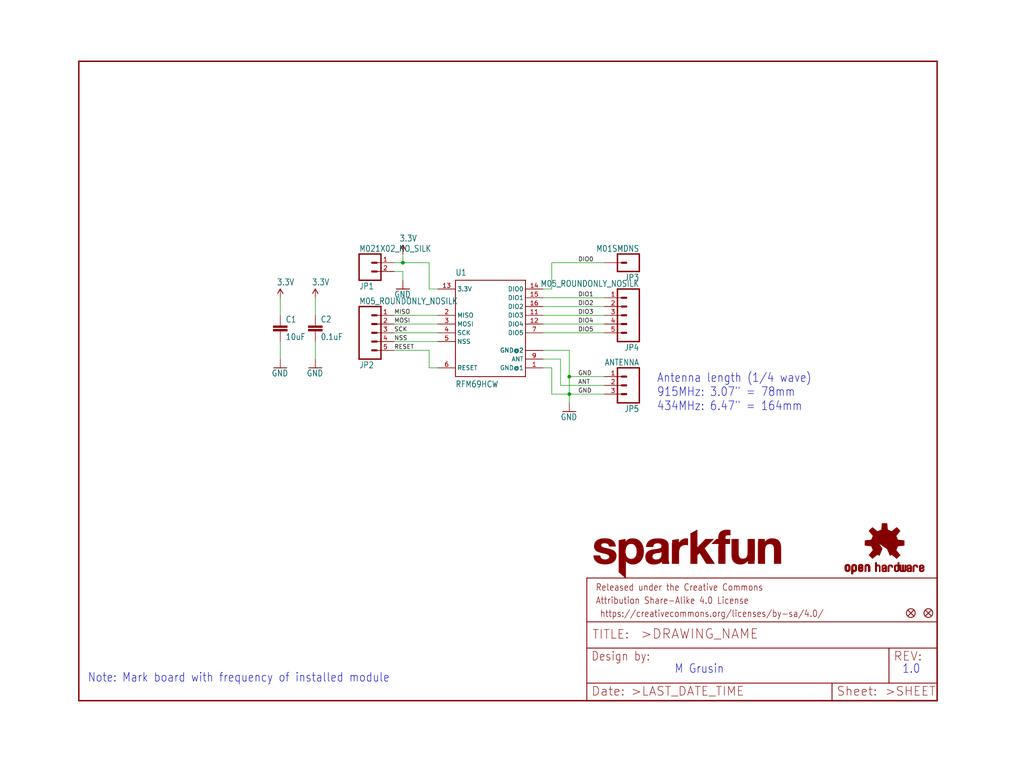
<source format=kicad_sch>
(kicad_sch (version 20211123) (generator eeschema)
  (paper "User" 297.002 223.926)
  (lib_symbols
    (symbol "eagleSchem-eagle-import:0.1UF-25V(+80{slash}-20%)(0603)"
      (property "Reference" "C" (at 1.524 2.921 0))
      (property "Value" "0.1UF-25V(+80{slash}-20%)(0603)" (at 1.524 -2.159 0))
      (symbol "0.1UF-25V(+80{slash}-20%)(0603)_1_0"
        (pin passive line (at 0 5.08 270) (length 2.54) (name "1") (number "1"))
        (pin passive line (at 0 -2.54 90) (length 2.54) (name "2") (number "2"))
      )
    )
    (symbol "eagleSchem-eagle-import:10UF50V20%(1210)"
      (property "Reference" "C" (at 1.524 2.921 0))
      (property "Value" "10UF50V20%(1210)" (at 1.524 -2.159 0))
      (symbol "10UF50V20%(1210)_1_0"
        (pin passive line (at 0 5.08 270) (length 2.54) (name "1") (number "1"))
        (pin passive line (at 0 -2.54 90) (length 2.54) (name "2") (number "2"))
      )
    )
    (symbol "eagleSchem-eagle-import:3.3V" (power)
      (property "Value" "3.3V" (at -1.016 3.556 0))
      (symbol "3.3V_1_0"
        (pin power_in line (at 0 0 90) (length 2.54) (name "3.3V") (number "1"))
      )
    )
    (symbol "eagleSchem-eagle-import:FIDUCIAL1X2")
    (symbol "eagleSchem-eagle-import:FRAME-LETTER"
      (symbol "FRAME-LETTER_2_0"
        (text " https://creativecommons.org/licenses/by-sa/4.0/" (at 2.54 24.13 0) (effects (font (size 1.9304 1.6408)) (justify left bottom)))
        (text ">DRAWING_NAME" (at 15.494 17.78 0) (effects (font (size 2.7432 2.7432)) (justify left bottom)))
        (text ">LAST_DATE_TIME" (at 12.7 1.27 0) (effects (font (size 2.54 2.54)) (justify left bottom)))
        (text ">SHEET" (at 86.36 1.27 0) (effects (font (size 2.54 2.54)) (justify left bottom)))
        (text "Attribution Share-Alike 4.0 License" (at 2.54 27.94 0) (effects (font (size 1.9304 1.6408)) (justify left bottom)))
        (text "Date:" (at 1.27 1.27 0) (effects (font (size 2.54 2.54)) (justify left bottom)))
        (text "Design by:" (at 1.27 11.43 0) (effects (font (size 2.54 2.159)) (justify left bottom)))
        (text "Released under the Creative Commons" (at 2.54 31.75 0) (effects (font (size 1.9304 1.6408)) (justify left bottom)))
        (text "REV:" (at 88.9 11.43 0) (effects (font (size 2.54 2.54)) (justify left bottom)))
        (text "Sheet:" (at 72.39 1.27 0) (effects (font (size 2.54 2.54)) (justify left bottom)))
        (text "TITLE:" (at 1.524 17.78 0) (effects (font (size 2.54 2.54)) (justify left bottom)))
      )
    )
    (symbol "eagleSchem-eagle-import:GND" (power)
      (property "Value" "GND" (at -2.54 -2.54 0))
      (symbol "GND_1_0"
        (pin power_in line (at 0 2.54 270) (length 2.54) (name "GND") (number "1"))
      )
    )
    (symbol "eagleSchem-eagle-import:M01SMDNS"
      (property "Reference" "JP" (at -2.54 3.302 0))
      (property "Value" "M01SMDNS" (at -2.54 -5.08 0))
      (symbol "M01SMDNS_1_0"
        (pin passive line (at 7.62 0 180) (length 5.08) (name "1") (number "1"))
      )
    )
    (symbol "eagleSchem-eagle-import:M021X02_NO_SILK"
      (property "Reference" "JP" (at -2.54 5.842 0))
      (property "Value" "M021X02_NO_SILK" (at -2.54 -5.08 0))
      (symbol "M021X02_NO_SILK_1_0"
        (pin passive line (at 7.62 0 180) (length 5.08) (name "1") (number "1"))
        (pin passive line (at 7.62 2.54 180) (length 5.08) (name "2") (number "2"))
      )
    )
    (symbol "eagleSchem-eagle-import:M03_ROUND_ONLY_NO_SILK"
      (property "Reference" "JP" (at -2.54 5.842 0))
      (property "Value" "M03_ROUND_ONLY_NO_SILK" (at -2.54 -7.62 0))
      (symbol "M03_ROUND_ONLY_NO_SILK_1_0"
        (pin passive line (at 7.62 -2.54 180) (length 5.08) (name "1") (number "1"))
        (pin passive line (at 7.62 0 180) (length 5.08) (name "2") (number "2"))
        (pin passive line (at 7.62 2.54 180) (length 5.08) (name "3") (number "3"))
      )
    )
    (symbol "eagleSchem-eagle-import:M05_ROUNDONLY_NOSILK"
      (property "Reference" "JP" (at -2.54 8.382 0))
      (property "Value" "M05_ROUNDONLY_NOSILK" (at -2.54 -10.16 0))
      (symbol "M05_ROUNDONLY_NOSILK_1_0"
        (pin passive line (at 7.62 -5.08 180) (length 5.08) (name "1") (number "1"))
        (pin passive line (at 7.62 -2.54 180) (length 5.08) (name "2") (number "2"))
        (pin passive line (at 7.62 0 180) (length 5.08) (name "3") (number "3"))
        (pin passive line (at 7.62 2.54 180) (length 5.08) (name "4") (number "4"))
        (pin passive line (at 7.62 5.08 180) (length 5.08) (name "5") (number "5"))
      )
    )
    (symbol "eagleSchem-eagle-import:OSHW-LOGOS")
    (symbol "eagleSchem-eagle-import:RFM69HCW"
      (property "Reference" "U" (at -10.16 16.51 0))
      (property "Value" "RFM69HCW" (at -10.16 -15.875 0))
      (symbol "RFM69HCW_1_0"
        (pin power_in line (at 15.24 -10.16 180) (length 5.08) (name "GND@1") (number "1"))
        (pin power_in line (at 15.24 -5.08 180) (length 5.08) (name "GND@2") (number "10"))
        (pin bidirectional line (at 15.24 5.08 180) (length 5.08) (name "DIO3") (number "11"))
        (pin bidirectional line (at 15.24 2.54 180) (length 5.08) (name "DIO4") (number "12"))
        (pin power_in line (at -15.24 12.7 0) (length 5.08) (name "3.3V") (number "13"))
        (pin bidirectional line (at 15.24 12.7 180) (length 5.08) (name "DIO0") (number "14"))
        (pin bidirectional line (at 15.24 10.16 180) (length 5.08) (name "DIO1") (number "15"))
        (pin bidirectional line (at 15.24 7.62 180) (length 5.08) (name "DIO2") (number "16"))
        (pin bidirectional line (at -15.24 5.08 0) (length 5.08) (name "MISO") (number "2"))
        (pin input line (at -15.24 2.54 0) (length 5.08) (name "MOSI") (number "3"))
        (pin input line (at -15.24 0 0) (length 5.08) (name "SCK") (number "4"))
        (pin input line (at -15.24 -2.54 0) (length 5.08) (name "NSS") (number "5"))
        (pin input line (at -15.24 -10.16 0) (length 5.08) (name "RESET") (number "6"))
        (pin bidirectional line (at 15.24 0 180) (length 5.08) (name "DIO5") (number "7"))
        (pin power_in line (at 15.24 -5.08 180) (length 5.08) (name "GND@2") (number "8"))
        (pin passive line (at 15.24 -7.62 180) (length 5.08) (name "ANT") (number "9"))
      )
    )
    (symbol "eagleSchem-eagle-import:SFE_LOGO_NAME.1_INCH")
  )
  (junction (at 165.1 109.22))
  (junction (at 116.84 76.2))
  (junction (at 165.1 114.3))
  (wire (pts (xy 91.44 86.36) (xy 91.44 91.44)))
  (wire (pts (xy 175.26 76.2) (xy 160.02 76.2)))
  (wire (pts (xy 175.26 88.9) (xy 157.48 88.9)))
  (wire (pts (xy 114.3 101.6) (xy 124.46 101.6)))
  (wire (pts (xy 114.3 96.52) (xy 127 96.52)))
  (wire (pts (xy 160.02 106.68) (xy 160.02 114.3)))
  (wire (pts (xy 114.3 78.74) (xy 116.84 78.74)))
  (wire (pts (xy 157.48 101.6) (xy 165.1 101.6)))
  (wire (pts (xy 114.3 76.2) (xy 116.84 76.2)))
  (wire (pts (xy 124.46 83.82) (xy 124.46 76.2)))
  (wire (pts (xy 81.28 86.36) (xy 81.28 91.44)))
  (wire (pts (xy 160.02 76.2) (xy 160.02 83.82)))
  (wire (pts (xy 124.46 76.2) (xy 116.84 76.2)))
  (wire (pts (xy 116.84 76.2) (xy 116.84 73.66)))
  (wire (pts (xy 165.1 114.3) (xy 165.1 109.22)))
  (wire (pts (xy 175.26 86.36) (xy 157.48 86.36)))
  (wire (pts (xy 165.1 114.3) (xy 175.26 114.3)))
  (wire (pts (xy 114.3 93.98) (xy 127 93.98)))
  (wire (pts (xy 162.56 111.76) (xy 162.56 104.14)))
  (wire (pts (xy 162.56 104.14) (xy 157.48 104.14)))
  (wire (pts (xy 157.48 106.68) (xy 160.02 106.68)))
  (wire (pts (xy 175.26 91.44) (xy 157.48 91.44)))
  (wire (pts (xy 116.84 78.74) (xy 116.84 81.28)))
  (wire (pts (xy 175.26 93.98) (xy 157.48 93.98)))
  (wire (pts (xy 114.3 99.06) (xy 127 99.06)))
  (wire (pts (xy 114.3 91.44) (xy 127 91.44)))
  (wire (pts (xy 165.1 116.84) (xy 165.1 114.3)))
  (wire (pts (xy 81.28 104.14) (xy 81.28 99.06)))
  (wire (pts (xy 124.46 106.68) (xy 127 106.68)))
  (wire (pts (xy 124.46 101.6) (xy 124.46 106.68)))
  (wire (pts (xy 157.48 96.52) (xy 175.26 96.52)))
  (wire (pts (xy 175.26 111.76) (xy 162.56 111.76)))
  (wire (pts (xy 127 83.82) (xy 124.46 83.82)))
  (wire (pts (xy 160.02 83.82) (xy 157.48 83.82)))
  (wire (pts (xy 160.02 114.3) (xy 165.1 114.3)))
  (wire (pts (xy 165.1 101.6) (xy 165.1 109.22)))
  (wire (pts (xy 91.44 104.14) (xy 91.44 99.06)))
  (wire (pts (xy 165.1 109.22) (xy 175.26 109.22)))
  (text "1.0" (at 261.62 195.58 180) (effects (font (size 2.54 2.159)) (justify left bottom)))
  (text "M Grusin" (at 195.58 195.58 180) (effects (font (size 2.54 2.159)) (justify left bottom)))
  (text "Antenna length (1/4 wave)\n915MHz: 3.07\" = 78mm\n434MHz: 6.47\" = 164mm" (at 190.5 119.38 0) (effects (font (size 2.54 2.159)) (justify left bottom)))
  (text "Note: Mark board with frequency of installed module" (at 25.4 198.12 0) (effects (font (size 2.54 2.159)) (justify left bottom)))
  (label "ANT" (at 167.64 111.76 0) (effects (font (size 1.2446 1.2446))))
  (label "NSS" (at 114.3 99.06 0) (effects (font (size 1.2446 1.2446))))
  (label "MOSI" (at 114.3 93.98 0) (effects (font (size 1.2446 1.2446))))
  (label "DIO2" (at 167.64 88.9 0) (effects (font (size 1.2446 1.2446))))
  (label "DIO1" (at 167.64 86.36 0) (effects (font (size 1.2446 1.2446))))
  (label "DIO3" (at 167.64 91.44 0) (effects (font (size 1.2446 1.2446))))
  (label "GND" (at 167.64 114.3 0) (effects (font (size 1.2446 1.2446))))
  (label "DIO5" (at 167.64 96.52 0) (effects (font (size 1.2446 1.2446))))
  (label "GND" (at 167.64 109.22 0) (effects (font (size 1.2446 1.2446))))
  (label "RESET" (at 114.3 101.6 0) (effects (font (size 1.2446 1.2446))))
  (label "DIO0" (at 167.64 76.2 0) (effects (font (size 1.2446 1.2446))))
  (label "MISO" (at 114.3 91.44 0) (effects (font (size 1.2446 1.2446))))
  (label "SCK" (at 114.3 96.52 0) (effects (font (size 1.2446 1.2446))))
  (label "DIO4" (at 167.64 93.98 0) (effects (font (size 1.2446 1.2446))))
  (symbol (lib_id "eagleSchem-eagle-import:FIDUCIAL1X2") (at 269.24 177.8 0) (unit 1)
    (property "Reference" "FID2" (effects hide))
    (property "Value" "FIDUCIAL1X2" (effects hide))
    (property "Footprint" "eagleSchem:FIDUCIAL-1X2" (effects hide))
  )
  (symbol (lib_id "eagleSchem-eagle-import:SFE_LOGO_NAME.1_INCH") (at 170.18 167.64 0) (unit 1)
    (property "Reference" "LOGO1" (effects hide))
    (property "Value" "SFE_LOGO_NAME.1_INCH" (effects hide))
    (property "Footprint" "eagleSchem:SFE_LOGO_NAME_.1" (effects hide))
  )
  (symbol (lib_id "eagleSchem-eagle-import:3.3V") (at 116.84 73.66 0) (unit 1)
    (property "Reference" "#SUPPLY4" (effects hide))
    (property "Value" "3.3V" (at 115.824 70.104 0) (effects (font (size 1.778 1.5113)) (justify left bottom)))
    (property "Footprint" "eagleSchem:" (effects hide))
  )
  (symbol (lib_id "eagleSchem-eagle-import:GND") (at 81.28 106.68 0) (unit 1)
    (property "Reference" "#GND1" (effects hide))
    (property "Value" "GND" (at 78.74 109.22 0) (effects (font (size 1.778 1.5113)) (justify left bottom)))
    (property "Footprint" "eagleSchem:" (effects hide))
  )
  (symbol (lib_id "eagleSchem-eagle-import:M021X02_NO_SILK") (at 106.68 76.2 0) (mirror x) (unit 1)
    (property "Reference" "JP1" (at 104.14 82.042 0) (effects (font (size 1.778 1.5113)) (justify left bottom)))
    (property "Value" "M021X02_NO_SILK" (at 104.14 71.12 0) (effects (font (size 1.778 1.5113)) (justify left bottom)))
    (property "Footprint" "eagleSchem:1X02_NO_SILK" (effects hide))
  )
  (symbol (lib_id "eagleSchem-eagle-import:OSHW-LOGOS") (at 256.54 157.48 0) (unit 1)
    (property "Reference" "LOGO2" (effects hide))
    (property "Value" "OSHW-LOGOS" (effects hide))
    (property "Footprint" "eagleSchem:OSHW-LOGO-S" (effects hide))
  )
  (symbol (lib_id "eagleSchem-eagle-import:FRAME-LETTER") (at 170.18 203.2 0) (unit 2)
    (property "Reference" "FRAME1" (effects hide))
    (property "Value" "FRAME-LETTER" (effects hide))
    (property "Footprint" "eagleSchem:CREATIVE_COMMONS" (effects hide))
  )
  (symbol (lib_id "eagleSchem-eagle-import:FIDUCIAL1X2") (at 264.16 177.8 0) (unit 1)
    (property "Reference" "FID1" (effects hide))
    (property "Value" "FIDUCIAL1X2" (effects hide))
    (property "Footprint" "eagleSchem:FIDUCIAL-1X2" (effects hide))
  )
  (symbol (lib_id "eagleSchem-eagle-import:M05_ROUNDONLY_NOSILK") (at 182.88 91.44 180) (unit 1)
    (property "Reference" "JP4" (at 185.42 99.822 0) (effects (font (size 1.778 1.5113)) (justify left bottom)))
    (property "Value" "M05_ROUNDONLY_NOSILK" (at 185.42 81.28 0) (effects (font (size 1.778 1.5113)) (justify left bottom)))
    (property "Footprint" "eagleSchem:1X05_ROUNDONLY_NOSILK" (effects hide))
  )
  (symbol (lib_id "eagleSchem-eagle-import:M03_ROUND_ONLY_NO_SILK") (at 182.88 111.76 180) (unit 1)
    (property "Reference" "JP5" (at 185.42 117.602 0) (effects (font (size 1.778 1.5113)) (justify left bottom)))
    (property "Value" "ANTENNA" (at 185.42 104.14 0) (effects (font (size 1.778 1.5113)) (justify left bottom)))
    (property "Footprint" "eagleSchem:1X03_ROUND_ONLY_NO_SILK" (effects hide))
  )
  (symbol (lib_id "eagleSchem-eagle-import:GND") (at 91.44 106.68 0) (unit 1)
    (property "Reference" "#GND2" (effects hide))
    (property "Value" "GND" (at 88.9 109.22 0) (effects (font (size 1.778 1.5113)) (justify left bottom)))
    (property "Footprint" "eagleSchem:" (effects hide))
  )
  (symbol (lib_id "eagleSchem-eagle-import:0.1UF-25V(+80{slash}-20%)(0603)") (at 91.44 96.52 0) (unit 1)
    (property "Reference" "C2" (at 92.964 93.599 0) (effects (font (size 1.778 1.5113)) (justify left bottom)))
    (property "Value" "0.1uF" (at 92.964 98.679 0) (effects (font (size 1.778 1.5113)) (justify left bottom)))
    (property "Footprint" "eagleSchem:0603-CAP" (effects hide))
  )
  (symbol (lib_id "eagleSchem-eagle-import:M05_ROUNDONLY_NOSILK") (at 106.68 96.52 0) (mirror x) (unit 1)
    (property "Reference" "JP2" (at 104.14 104.902 0) (effects (font (size 1.778 1.5113)) (justify left bottom)))
    (property "Value" "M05_ROUNDONLY_NOSILK" (at 104.14 86.36 0) (effects (font (size 1.778 1.5113)) (justify left bottom)))
    (property "Footprint" "eagleSchem:1X05_ROUNDONLY_NOSILK" (effects hide))
  )
  (symbol (lib_id "eagleSchem-eagle-import:M01SMDNS") (at 182.88 76.2 180) (unit 1)
    (property "Reference" "JP3" (at 185.42 79.502 0) (effects (font (size 1.778 1.5113)) (justify left bottom)))
    (property "Value" "M01SMDNS" (at 185.42 71.12 0) (effects (font (size 1.778 1.5113)) (justify left bottom)))
    (property "Footprint" "eagleSchem:1X01NS" (effects hide))
  )
  (symbol (lib_id "eagleSchem-eagle-import:3.3V") (at 81.28 86.36 0) (unit 1)
    (property "Reference" "#SUPPLY1" (effects hide))
    (property "Value" "3.3V" (at 80.264 82.804 0) (effects (font (size 1.778 1.5113)) (justify left bottom)))
    (property "Footprint" "eagleSchem:" (effects hide))
  )
  (symbol (lib_id "eagleSchem-eagle-import:RFM69HCW") (at 142.24 96.52 0) (unit 1)
    (property "Reference" "U1" (at 132.08 80.01 0) (effects (font (size 1.778 1.5113)) (justify left bottom)))
    (property "Value" "RFM69HCW" (at 132.08 112.395 0) (effects (font (size 1.778 1.5113)) (justify left bottom)))
    (property "Footprint" "eagleSchem:RFM69HCW-XXXS2" (effects hide))
  )
  (symbol (lib_id "eagleSchem-eagle-import:3.3V") (at 91.44 86.36 0) (unit 1)
    (property "Reference" "#SUPPLY2" (effects hide))
    (property "Value" "3.3V" (at 90.424 82.804 0) (effects (font (size 1.778 1.5113)) (justify left bottom)))
    (property "Footprint" "eagleSchem:" (effects hide))
  )
  (symbol (lib_id "eagleSchem-eagle-import:FRAME-LETTER") (at 22.86 203.2 0) (unit 1)
    (property "Reference" "FRAME1" (effects hide))
    (property "Value" "FRAME-LETTER" (effects hide))
    (property "Footprint" "eagleSchem:CREATIVE_COMMONS" (effects hide))
  )
  (symbol (lib_id "eagleSchem-eagle-import:10UF50V20%(1210)") (at 81.28 96.52 0) (unit 1)
    (property "Reference" "C1" (at 82.804 93.599 0) (effects (font (size 1.778 1.5113)) (justify left bottom)))
    (property "Value" "10uF" (at 82.804 98.679 0) (effects (font (size 1.778 1.5113)) (justify left bottom)))
    (property "Footprint" "eagleSchem:1210" (effects hide))
  )
  (symbol (lib_id "eagleSchem-eagle-import:GND") (at 116.84 83.82 0) (unit 1)
    (property "Reference" "#GND4" (effects hide))
    (property "Value" "GND" (at 114.3 86.36 0) (effects (font (size 1.778 1.5113)) (justify left bottom)))
    (property "Footprint" "eagleSchem:" (effects hide))
  )
  (symbol (lib_id "eagleSchem-eagle-import:GND") (at 165.1 119.38 0) (unit 1)
    (property "Reference" "#GND3" (effects hide))
    (property "Value" "GND" (at 162.56 121.92 0) (effects (font (size 1.778 1.5113)) (justify left bottom)))
    (property "Footprint" "eagleSchem:" (effects hide))
  )
)
</source>
